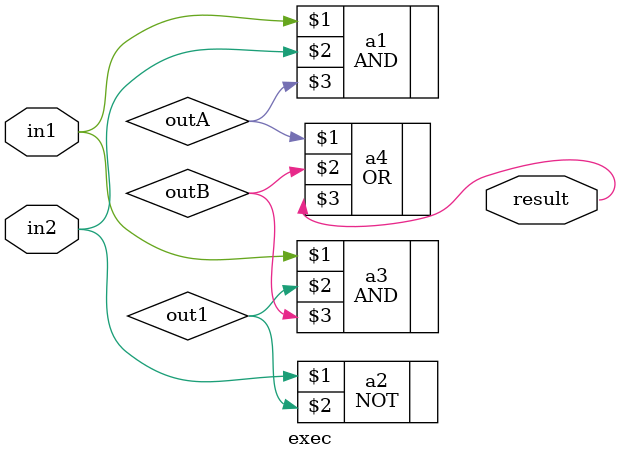
<source format=v>
module exec(in1, in2, result);
    input in1,in2;
    output result;
    wire in1,in2,out1,outA,outB,result;
    
    //객체 만들어줘야함
    AND a1(in1,in2,outA); // in1 & in2
    
    NOT a2(in2,out1);
    AND a3(in1,out1,outB); // in1 & ~in2

    OR a4(outA,outB,result); // out1 | outB

    
endmodule
</source>
